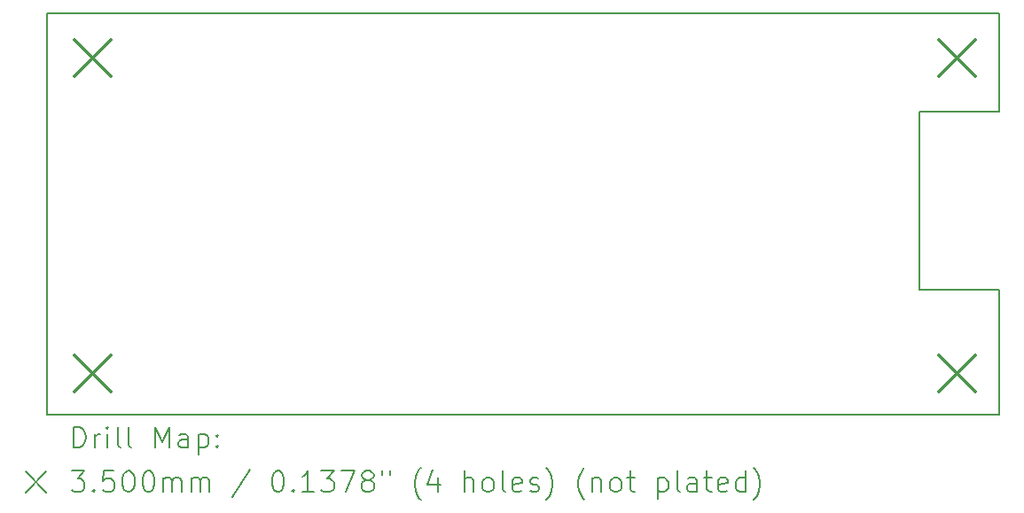
<source format=gbr>
%TF.GenerationSoftware,KiCad,Pcbnew,7.0.5*%
%TF.CreationDate,2023-07-07T02:12:36+07:00*%
%TF.ProjectId,snaaur_v1,736e6161-7572-45f7-9631-2e6b69636164,rev?*%
%TF.SameCoordinates,Original*%
%TF.FileFunction,Drillmap*%
%TF.FilePolarity,Positive*%
%FSLAX45Y45*%
G04 Gerber Fmt 4.5, Leading zero omitted, Abs format (unit mm)*
G04 Created by KiCad (PCBNEW 7.0.5) date 2023-07-07 02:12:36*
%MOMM*%
%LPD*%
G01*
G04 APERTURE LIST*
%ADD10C,0.150000*%
%ADD11C,0.200000*%
%ADD12C,0.350000*%
G04 APERTURE END LIST*
D10*
X19456400Y-6400800D02*
X18694400Y-6400800D01*
X18694400Y-8102600D01*
X19456400Y-8102600D01*
X19456400Y-9296400D01*
X10363200Y-9296400D01*
X10363200Y-5461000D01*
X19456400Y-5461000D01*
X19456400Y-6400800D01*
D11*
D12*
X10620000Y-5717500D02*
X10970000Y-6067500D01*
X10970000Y-5717500D02*
X10620000Y-6067500D01*
X10620000Y-8730000D02*
X10970000Y-9080000D01*
X10970000Y-8730000D02*
X10620000Y-9080000D01*
X18875000Y-5717500D02*
X19225000Y-6067500D01*
X19225000Y-5717500D02*
X18875000Y-6067500D01*
X18875000Y-8730000D02*
X19225000Y-9080000D01*
X19225000Y-8730000D02*
X18875000Y-9080000D01*
D11*
X10616477Y-9615384D02*
X10616477Y-9415384D01*
X10616477Y-9415384D02*
X10664096Y-9415384D01*
X10664096Y-9415384D02*
X10692667Y-9424908D01*
X10692667Y-9424908D02*
X10711715Y-9443955D01*
X10711715Y-9443955D02*
X10721239Y-9463003D01*
X10721239Y-9463003D02*
X10730763Y-9501098D01*
X10730763Y-9501098D02*
X10730763Y-9529670D01*
X10730763Y-9529670D02*
X10721239Y-9567765D01*
X10721239Y-9567765D02*
X10711715Y-9586812D01*
X10711715Y-9586812D02*
X10692667Y-9605860D01*
X10692667Y-9605860D02*
X10664096Y-9615384D01*
X10664096Y-9615384D02*
X10616477Y-9615384D01*
X10816477Y-9615384D02*
X10816477Y-9482050D01*
X10816477Y-9520146D02*
X10826001Y-9501098D01*
X10826001Y-9501098D02*
X10835524Y-9491574D01*
X10835524Y-9491574D02*
X10854572Y-9482050D01*
X10854572Y-9482050D02*
X10873620Y-9482050D01*
X10940286Y-9615384D02*
X10940286Y-9482050D01*
X10940286Y-9415384D02*
X10930763Y-9424908D01*
X10930763Y-9424908D02*
X10940286Y-9434431D01*
X10940286Y-9434431D02*
X10949810Y-9424908D01*
X10949810Y-9424908D02*
X10940286Y-9415384D01*
X10940286Y-9415384D02*
X10940286Y-9434431D01*
X11064096Y-9615384D02*
X11045048Y-9605860D01*
X11045048Y-9605860D02*
X11035524Y-9586812D01*
X11035524Y-9586812D02*
X11035524Y-9415384D01*
X11168858Y-9615384D02*
X11149810Y-9605860D01*
X11149810Y-9605860D02*
X11140286Y-9586812D01*
X11140286Y-9586812D02*
X11140286Y-9415384D01*
X11397429Y-9615384D02*
X11397429Y-9415384D01*
X11397429Y-9415384D02*
X11464096Y-9558241D01*
X11464096Y-9558241D02*
X11530762Y-9415384D01*
X11530762Y-9415384D02*
X11530762Y-9615384D01*
X11711715Y-9615384D02*
X11711715Y-9510622D01*
X11711715Y-9510622D02*
X11702191Y-9491574D01*
X11702191Y-9491574D02*
X11683143Y-9482050D01*
X11683143Y-9482050D02*
X11645048Y-9482050D01*
X11645048Y-9482050D02*
X11626001Y-9491574D01*
X11711715Y-9605860D02*
X11692667Y-9615384D01*
X11692667Y-9615384D02*
X11645048Y-9615384D01*
X11645048Y-9615384D02*
X11626001Y-9605860D01*
X11626001Y-9605860D02*
X11616477Y-9586812D01*
X11616477Y-9586812D02*
X11616477Y-9567765D01*
X11616477Y-9567765D02*
X11626001Y-9548717D01*
X11626001Y-9548717D02*
X11645048Y-9539193D01*
X11645048Y-9539193D02*
X11692667Y-9539193D01*
X11692667Y-9539193D02*
X11711715Y-9529670D01*
X11806953Y-9482050D02*
X11806953Y-9682050D01*
X11806953Y-9491574D02*
X11826001Y-9482050D01*
X11826001Y-9482050D02*
X11864096Y-9482050D01*
X11864096Y-9482050D02*
X11883143Y-9491574D01*
X11883143Y-9491574D02*
X11892667Y-9501098D01*
X11892667Y-9501098D02*
X11902191Y-9520146D01*
X11902191Y-9520146D02*
X11902191Y-9577289D01*
X11902191Y-9577289D02*
X11892667Y-9596336D01*
X11892667Y-9596336D02*
X11883143Y-9605860D01*
X11883143Y-9605860D02*
X11864096Y-9615384D01*
X11864096Y-9615384D02*
X11826001Y-9615384D01*
X11826001Y-9615384D02*
X11806953Y-9605860D01*
X11987905Y-9596336D02*
X11997429Y-9605860D01*
X11997429Y-9605860D02*
X11987905Y-9615384D01*
X11987905Y-9615384D02*
X11978382Y-9605860D01*
X11978382Y-9605860D02*
X11987905Y-9596336D01*
X11987905Y-9596336D02*
X11987905Y-9615384D01*
X11987905Y-9491574D02*
X11997429Y-9501098D01*
X11997429Y-9501098D02*
X11987905Y-9510622D01*
X11987905Y-9510622D02*
X11978382Y-9501098D01*
X11978382Y-9501098D02*
X11987905Y-9491574D01*
X11987905Y-9491574D02*
X11987905Y-9510622D01*
X10155700Y-9843900D02*
X10355700Y-10043900D01*
X10355700Y-9843900D02*
X10155700Y-10043900D01*
X10597429Y-9835384D02*
X10721239Y-9835384D01*
X10721239Y-9835384D02*
X10654572Y-9911574D01*
X10654572Y-9911574D02*
X10683144Y-9911574D01*
X10683144Y-9911574D02*
X10702191Y-9921098D01*
X10702191Y-9921098D02*
X10711715Y-9930622D01*
X10711715Y-9930622D02*
X10721239Y-9949670D01*
X10721239Y-9949670D02*
X10721239Y-9997289D01*
X10721239Y-9997289D02*
X10711715Y-10016336D01*
X10711715Y-10016336D02*
X10702191Y-10025860D01*
X10702191Y-10025860D02*
X10683144Y-10035384D01*
X10683144Y-10035384D02*
X10626001Y-10035384D01*
X10626001Y-10035384D02*
X10606953Y-10025860D01*
X10606953Y-10025860D02*
X10597429Y-10016336D01*
X10806953Y-10016336D02*
X10816477Y-10025860D01*
X10816477Y-10025860D02*
X10806953Y-10035384D01*
X10806953Y-10035384D02*
X10797429Y-10025860D01*
X10797429Y-10025860D02*
X10806953Y-10016336D01*
X10806953Y-10016336D02*
X10806953Y-10035384D01*
X10997429Y-9835384D02*
X10902191Y-9835384D01*
X10902191Y-9835384D02*
X10892667Y-9930622D01*
X10892667Y-9930622D02*
X10902191Y-9921098D01*
X10902191Y-9921098D02*
X10921239Y-9911574D01*
X10921239Y-9911574D02*
X10968858Y-9911574D01*
X10968858Y-9911574D02*
X10987905Y-9921098D01*
X10987905Y-9921098D02*
X10997429Y-9930622D01*
X10997429Y-9930622D02*
X11006953Y-9949670D01*
X11006953Y-9949670D02*
X11006953Y-9997289D01*
X11006953Y-9997289D02*
X10997429Y-10016336D01*
X10997429Y-10016336D02*
X10987905Y-10025860D01*
X10987905Y-10025860D02*
X10968858Y-10035384D01*
X10968858Y-10035384D02*
X10921239Y-10035384D01*
X10921239Y-10035384D02*
X10902191Y-10025860D01*
X10902191Y-10025860D02*
X10892667Y-10016336D01*
X11130763Y-9835384D02*
X11149810Y-9835384D01*
X11149810Y-9835384D02*
X11168858Y-9844908D01*
X11168858Y-9844908D02*
X11178382Y-9854431D01*
X11178382Y-9854431D02*
X11187905Y-9873479D01*
X11187905Y-9873479D02*
X11197429Y-9911574D01*
X11197429Y-9911574D02*
X11197429Y-9959193D01*
X11197429Y-9959193D02*
X11187905Y-9997289D01*
X11187905Y-9997289D02*
X11178382Y-10016336D01*
X11178382Y-10016336D02*
X11168858Y-10025860D01*
X11168858Y-10025860D02*
X11149810Y-10035384D01*
X11149810Y-10035384D02*
X11130763Y-10035384D01*
X11130763Y-10035384D02*
X11111715Y-10025860D01*
X11111715Y-10025860D02*
X11102191Y-10016336D01*
X11102191Y-10016336D02*
X11092667Y-9997289D01*
X11092667Y-9997289D02*
X11083144Y-9959193D01*
X11083144Y-9959193D02*
X11083144Y-9911574D01*
X11083144Y-9911574D02*
X11092667Y-9873479D01*
X11092667Y-9873479D02*
X11102191Y-9854431D01*
X11102191Y-9854431D02*
X11111715Y-9844908D01*
X11111715Y-9844908D02*
X11130763Y-9835384D01*
X11321239Y-9835384D02*
X11340286Y-9835384D01*
X11340286Y-9835384D02*
X11359334Y-9844908D01*
X11359334Y-9844908D02*
X11368858Y-9854431D01*
X11368858Y-9854431D02*
X11378382Y-9873479D01*
X11378382Y-9873479D02*
X11387905Y-9911574D01*
X11387905Y-9911574D02*
X11387905Y-9959193D01*
X11387905Y-9959193D02*
X11378382Y-9997289D01*
X11378382Y-9997289D02*
X11368858Y-10016336D01*
X11368858Y-10016336D02*
X11359334Y-10025860D01*
X11359334Y-10025860D02*
X11340286Y-10035384D01*
X11340286Y-10035384D02*
X11321239Y-10035384D01*
X11321239Y-10035384D02*
X11302191Y-10025860D01*
X11302191Y-10025860D02*
X11292667Y-10016336D01*
X11292667Y-10016336D02*
X11283143Y-9997289D01*
X11283143Y-9997289D02*
X11273620Y-9959193D01*
X11273620Y-9959193D02*
X11273620Y-9911574D01*
X11273620Y-9911574D02*
X11283143Y-9873479D01*
X11283143Y-9873479D02*
X11292667Y-9854431D01*
X11292667Y-9854431D02*
X11302191Y-9844908D01*
X11302191Y-9844908D02*
X11321239Y-9835384D01*
X11473620Y-10035384D02*
X11473620Y-9902050D01*
X11473620Y-9921098D02*
X11483143Y-9911574D01*
X11483143Y-9911574D02*
X11502191Y-9902050D01*
X11502191Y-9902050D02*
X11530763Y-9902050D01*
X11530763Y-9902050D02*
X11549810Y-9911574D01*
X11549810Y-9911574D02*
X11559334Y-9930622D01*
X11559334Y-9930622D02*
X11559334Y-10035384D01*
X11559334Y-9930622D02*
X11568858Y-9911574D01*
X11568858Y-9911574D02*
X11587905Y-9902050D01*
X11587905Y-9902050D02*
X11616477Y-9902050D01*
X11616477Y-9902050D02*
X11635524Y-9911574D01*
X11635524Y-9911574D02*
X11645048Y-9930622D01*
X11645048Y-9930622D02*
X11645048Y-10035384D01*
X11740286Y-10035384D02*
X11740286Y-9902050D01*
X11740286Y-9921098D02*
X11749810Y-9911574D01*
X11749810Y-9911574D02*
X11768858Y-9902050D01*
X11768858Y-9902050D02*
X11797429Y-9902050D01*
X11797429Y-9902050D02*
X11816477Y-9911574D01*
X11816477Y-9911574D02*
X11826001Y-9930622D01*
X11826001Y-9930622D02*
X11826001Y-10035384D01*
X11826001Y-9930622D02*
X11835524Y-9911574D01*
X11835524Y-9911574D02*
X11854572Y-9902050D01*
X11854572Y-9902050D02*
X11883143Y-9902050D01*
X11883143Y-9902050D02*
X11902191Y-9911574D01*
X11902191Y-9911574D02*
X11911715Y-9930622D01*
X11911715Y-9930622D02*
X11911715Y-10035384D01*
X12302191Y-9825860D02*
X12130763Y-10083003D01*
X12559334Y-9835384D02*
X12578382Y-9835384D01*
X12578382Y-9835384D02*
X12597429Y-9844908D01*
X12597429Y-9844908D02*
X12606953Y-9854431D01*
X12606953Y-9854431D02*
X12616477Y-9873479D01*
X12616477Y-9873479D02*
X12626001Y-9911574D01*
X12626001Y-9911574D02*
X12626001Y-9959193D01*
X12626001Y-9959193D02*
X12616477Y-9997289D01*
X12616477Y-9997289D02*
X12606953Y-10016336D01*
X12606953Y-10016336D02*
X12597429Y-10025860D01*
X12597429Y-10025860D02*
X12578382Y-10035384D01*
X12578382Y-10035384D02*
X12559334Y-10035384D01*
X12559334Y-10035384D02*
X12540286Y-10025860D01*
X12540286Y-10025860D02*
X12530763Y-10016336D01*
X12530763Y-10016336D02*
X12521239Y-9997289D01*
X12521239Y-9997289D02*
X12511715Y-9959193D01*
X12511715Y-9959193D02*
X12511715Y-9911574D01*
X12511715Y-9911574D02*
X12521239Y-9873479D01*
X12521239Y-9873479D02*
X12530763Y-9854431D01*
X12530763Y-9854431D02*
X12540286Y-9844908D01*
X12540286Y-9844908D02*
X12559334Y-9835384D01*
X12711715Y-10016336D02*
X12721239Y-10025860D01*
X12721239Y-10025860D02*
X12711715Y-10035384D01*
X12711715Y-10035384D02*
X12702191Y-10025860D01*
X12702191Y-10025860D02*
X12711715Y-10016336D01*
X12711715Y-10016336D02*
X12711715Y-10035384D01*
X12911715Y-10035384D02*
X12797429Y-10035384D01*
X12854572Y-10035384D02*
X12854572Y-9835384D01*
X12854572Y-9835384D02*
X12835525Y-9863955D01*
X12835525Y-9863955D02*
X12816477Y-9883003D01*
X12816477Y-9883003D02*
X12797429Y-9892527D01*
X12978382Y-9835384D02*
X13102191Y-9835384D01*
X13102191Y-9835384D02*
X13035525Y-9911574D01*
X13035525Y-9911574D02*
X13064096Y-9911574D01*
X13064096Y-9911574D02*
X13083144Y-9921098D01*
X13083144Y-9921098D02*
X13092667Y-9930622D01*
X13092667Y-9930622D02*
X13102191Y-9949670D01*
X13102191Y-9949670D02*
X13102191Y-9997289D01*
X13102191Y-9997289D02*
X13092667Y-10016336D01*
X13092667Y-10016336D02*
X13083144Y-10025860D01*
X13083144Y-10025860D02*
X13064096Y-10035384D01*
X13064096Y-10035384D02*
X13006953Y-10035384D01*
X13006953Y-10035384D02*
X12987906Y-10025860D01*
X12987906Y-10025860D02*
X12978382Y-10016336D01*
X13168858Y-9835384D02*
X13302191Y-9835384D01*
X13302191Y-9835384D02*
X13216477Y-10035384D01*
X13406953Y-9921098D02*
X13387906Y-9911574D01*
X13387906Y-9911574D02*
X13378382Y-9902050D01*
X13378382Y-9902050D02*
X13368858Y-9883003D01*
X13368858Y-9883003D02*
X13368858Y-9873479D01*
X13368858Y-9873479D02*
X13378382Y-9854431D01*
X13378382Y-9854431D02*
X13387906Y-9844908D01*
X13387906Y-9844908D02*
X13406953Y-9835384D01*
X13406953Y-9835384D02*
X13445048Y-9835384D01*
X13445048Y-9835384D02*
X13464096Y-9844908D01*
X13464096Y-9844908D02*
X13473620Y-9854431D01*
X13473620Y-9854431D02*
X13483144Y-9873479D01*
X13483144Y-9873479D02*
X13483144Y-9883003D01*
X13483144Y-9883003D02*
X13473620Y-9902050D01*
X13473620Y-9902050D02*
X13464096Y-9911574D01*
X13464096Y-9911574D02*
X13445048Y-9921098D01*
X13445048Y-9921098D02*
X13406953Y-9921098D01*
X13406953Y-9921098D02*
X13387906Y-9930622D01*
X13387906Y-9930622D02*
X13378382Y-9940146D01*
X13378382Y-9940146D02*
X13368858Y-9959193D01*
X13368858Y-9959193D02*
X13368858Y-9997289D01*
X13368858Y-9997289D02*
X13378382Y-10016336D01*
X13378382Y-10016336D02*
X13387906Y-10025860D01*
X13387906Y-10025860D02*
X13406953Y-10035384D01*
X13406953Y-10035384D02*
X13445048Y-10035384D01*
X13445048Y-10035384D02*
X13464096Y-10025860D01*
X13464096Y-10025860D02*
X13473620Y-10016336D01*
X13473620Y-10016336D02*
X13483144Y-9997289D01*
X13483144Y-9997289D02*
X13483144Y-9959193D01*
X13483144Y-9959193D02*
X13473620Y-9940146D01*
X13473620Y-9940146D02*
X13464096Y-9930622D01*
X13464096Y-9930622D02*
X13445048Y-9921098D01*
X13559334Y-9835384D02*
X13559334Y-9873479D01*
X13635525Y-9835384D02*
X13635525Y-9873479D01*
X13930763Y-10111574D02*
X13921239Y-10102050D01*
X13921239Y-10102050D02*
X13902191Y-10073479D01*
X13902191Y-10073479D02*
X13892668Y-10054431D01*
X13892668Y-10054431D02*
X13883144Y-10025860D01*
X13883144Y-10025860D02*
X13873620Y-9978241D01*
X13873620Y-9978241D02*
X13873620Y-9940146D01*
X13873620Y-9940146D02*
X13883144Y-9892527D01*
X13883144Y-9892527D02*
X13892668Y-9863955D01*
X13892668Y-9863955D02*
X13902191Y-9844908D01*
X13902191Y-9844908D02*
X13921239Y-9816336D01*
X13921239Y-9816336D02*
X13930763Y-9806812D01*
X14092668Y-9902050D02*
X14092668Y-10035384D01*
X14045048Y-9825860D02*
X13997429Y-9968717D01*
X13997429Y-9968717D02*
X14121239Y-9968717D01*
X14349810Y-10035384D02*
X14349810Y-9835384D01*
X14435525Y-10035384D02*
X14435525Y-9930622D01*
X14435525Y-9930622D02*
X14426001Y-9911574D01*
X14426001Y-9911574D02*
X14406953Y-9902050D01*
X14406953Y-9902050D02*
X14378382Y-9902050D01*
X14378382Y-9902050D02*
X14359334Y-9911574D01*
X14359334Y-9911574D02*
X14349810Y-9921098D01*
X14559334Y-10035384D02*
X14540287Y-10025860D01*
X14540287Y-10025860D02*
X14530763Y-10016336D01*
X14530763Y-10016336D02*
X14521239Y-9997289D01*
X14521239Y-9997289D02*
X14521239Y-9940146D01*
X14521239Y-9940146D02*
X14530763Y-9921098D01*
X14530763Y-9921098D02*
X14540287Y-9911574D01*
X14540287Y-9911574D02*
X14559334Y-9902050D01*
X14559334Y-9902050D02*
X14587906Y-9902050D01*
X14587906Y-9902050D02*
X14606953Y-9911574D01*
X14606953Y-9911574D02*
X14616477Y-9921098D01*
X14616477Y-9921098D02*
X14626001Y-9940146D01*
X14626001Y-9940146D02*
X14626001Y-9997289D01*
X14626001Y-9997289D02*
X14616477Y-10016336D01*
X14616477Y-10016336D02*
X14606953Y-10025860D01*
X14606953Y-10025860D02*
X14587906Y-10035384D01*
X14587906Y-10035384D02*
X14559334Y-10035384D01*
X14740287Y-10035384D02*
X14721239Y-10025860D01*
X14721239Y-10025860D02*
X14711715Y-10006812D01*
X14711715Y-10006812D02*
X14711715Y-9835384D01*
X14892668Y-10025860D02*
X14873620Y-10035384D01*
X14873620Y-10035384D02*
X14835525Y-10035384D01*
X14835525Y-10035384D02*
X14816477Y-10025860D01*
X14816477Y-10025860D02*
X14806953Y-10006812D01*
X14806953Y-10006812D02*
X14806953Y-9930622D01*
X14806953Y-9930622D02*
X14816477Y-9911574D01*
X14816477Y-9911574D02*
X14835525Y-9902050D01*
X14835525Y-9902050D02*
X14873620Y-9902050D01*
X14873620Y-9902050D02*
X14892668Y-9911574D01*
X14892668Y-9911574D02*
X14902191Y-9930622D01*
X14902191Y-9930622D02*
X14902191Y-9949670D01*
X14902191Y-9949670D02*
X14806953Y-9968717D01*
X14978382Y-10025860D02*
X14997430Y-10035384D01*
X14997430Y-10035384D02*
X15035525Y-10035384D01*
X15035525Y-10035384D02*
X15054572Y-10025860D01*
X15054572Y-10025860D02*
X15064096Y-10006812D01*
X15064096Y-10006812D02*
X15064096Y-9997289D01*
X15064096Y-9997289D02*
X15054572Y-9978241D01*
X15054572Y-9978241D02*
X15035525Y-9968717D01*
X15035525Y-9968717D02*
X15006953Y-9968717D01*
X15006953Y-9968717D02*
X14987906Y-9959193D01*
X14987906Y-9959193D02*
X14978382Y-9940146D01*
X14978382Y-9940146D02*
X14978382Y-9930622D01*
X14978382Y-9930622D02*
X14987906Y-9911574D01*
X14987906Y-9911574D02*
X15006953Y-9902050D01*
X15006953Y-9902050D02*
X15035525Y-9902050D01*
X15035525Y-9902050D02*
X15054572Y-9911574D01*
X15130763Y-10111574D02*
X15140287Y-10102050D01*
X15140287Y-10102050D02*
X15159334Y-10073479D01*
X15159334Y-10073479D02*
X15168858Y-10054431D01*
X15168858Y-10054431D02*
X15178382Y-10025860D01*
X15178382Y-10025860D02*
X15187906Y-9978241D01*
X15187906Y-9978241D02*
X15187906Y-9940146D01*
X15187906Y-9940146D02*
X15178382Y-9892527D01*
X15178382Y-9892527D02*
X15168858Y-9863955D01*
X15168858Y-9863955D02*
X15159334Y-9844908D01*
X15159334Y-9844908D02*
X15140287Y-9816336D01*
X15140287Y-9816336D02*
X15130763Y-9806812D01*
X15492668Y-10111574D02*
X15483144Y-10102050D01*
X15483144Y-10102050D02*
X15464096Y-10073479D01*
X15464096Y-10073479D02*
X15454572Y-10054431D01*
X15454572Y-10054431D02*
X15445049Y-10025860D01*
X15445049Y-10025860D02*
X15435525Y-9978241D01*
X15435525Y-9978241D02*
X15435525Y-9940146D01*
X15435525Y-9940146D02*
X15445049Y-9892527D01*
X15445049Y-9892527D02*
X15454572Y-9863955D01*
X15454572Y-9863955D02*
X15464096Y-9844908D01*
X15464096Y-9844908D02*
X15483144Y-9816336D01*
X15483144Y-9816336D02*
X15492668Y-9806812D01*
X15568858Y-9902050D02*
X15568858Y-10035384D01*
X15568858Y-9921098D02*
X15578382Y-9911574D01*
X15578382Y-9911574D02*
X15597430Y-9902050D01*
X15597430Y-9902050D02*
X15626001Y-9902050D01*
X15626001Y-9902050D02*
X15645049Y-9911574D01*
X15645049Y-9911574D02*
X15654572Y-9930622D01*
X15654572Y-9930622D02*
X15654572Y-10035384D01*
X15778382Y-10035384D02*
X15759334Y-10025860D01*
X15759334Y-10025860D02*
X15749811Y-10016336D01*
X15749811Y-10016336D02*
X15740287Y-9997289D01*
X15740287Y-9997289D02*
X15740287Y-9940146D01*
X15740287Y-9940146D02*
X15749811Y-9921098D01*
X15749811Y-9921098D02*
X15759334Y-9911574D01*
X15759334Y-9911574D02*
X15778382Y-9902050D01*
X15778382Y-9902050D02*
X15806953Y-9902050D01*
X15806953Y-9902050D02*
X15826001Y-9911574D01*
X15826001Y-9911574D02*
X15835525Y-9921098D01*
X15835525Y-9921098D02*
X15845049Y-9940146D01*
X15845049Y-9940146D02*
X15845049Y-9997289D01*
X15845049Y-9997289D02*
X15835525Y-10016336D01*
X15835525Y-10016336D02*
X15826001Y-10025860D01*
X15826001Y-10025860D02*
X15806953Y-10035384D01*
X15806953Y-10035384D02*
X15778382Y-10035384D01*
X15902192Y-9902050D02*
X15978382Y-9902050D01*
X15930763Y-9835384D02*
X15930763Y-10006812D01*
X15930763Y-10006812D02*
X15940287Y-10025860D01*
X15940287Y-10025860D02*
X15959334Y-10035384D01*
X15959334Y-10035384D02*
X15978382Y-10035384D01*
X16197430Y-9902050D02*
X16197430Y-10102050D01*
X16197430Y-9911574D02*
X16216477Y-9902050D01*
X16216477Y-9902050D02*
X16254573Y-9902050D01*
X16254573Y-9902050D02*
X16273620Y-9911574D01*
X16273620Y-9911574D02*
X16283144Y-9921098D01*
X16283144Y-9921098D02*
X16292668Y-9940146D01*
X16292668Y-9940146D02*
X16292668Y-9997289D01*
X16292668Y-9997289D02*
X16283144Y-10016336D01*
X16283144Y-10016336D02*
X16273620Y-10025860D01*
X16273620Y-10025860D02*
X16254573Y-10035384D01*
X16254573Y-10035384D02*
X16216477Y-10035384D01*
X16216477Y-10035384D02*
X16197430Y-10025860D01*
X16406953Y-10035384D02*
X16387906Y-10025860D01*
X16387906Y-10025860D02*
X16378382Y-10006812D01*
X16378382Y-10006812D02*
X16378382Y-9835384D01*
X16568858Y-10035384D02*
X16568858Y-9930622D01*
X16568858Y-9930622D02*
X16559334Y-9911574D01*
X16559334Y-9911574D02*
X16540287Y-9902050D01*
X16540287Y-9902050D02*
X16502192Y-9902050D01*
X16502192Y-9902050D02*
X16483144Y-9911574D01*
X16568858Y-10025860D02*
X16549811Y-10035384D01*
X16549811Y-10035384D02*
X16502192Y-10035384D01*
X16502192Y-10035384D02*
X16483144Y-10025860D01*
X16483144Y-10025860D02*
X16473620Y-10006812D01*
X16473620Y-10006812D02*
X16473620Y-9987765D01*
X16473620Y-9987765D02*
X16483144Y-9968717D01*
X16483144Y-9968717D02*
X16502192Y-9959193D01*
X16502192Y-9959193D02*
X16549811Y-9959193D01*
X16549811Y-9959193D02*
X16568858Y-9949670D01*
X16635525Y-9902050D02*
X16711715Y-9902050D01*
X16664096Y-9835384D02*
X16664096Y-10006812D01*
X16664096Y-10006812D02*
X16673620Y-10025860D01*
X16673620Y-10025860D02*
X16692668Y-10035384D01*
X16692668Y-10035384D02*
X16711715Y-10035384D01*
X16854573Y-10025860D02*
X16835525Y-10035384D01*
X16835525Y-10035384D02*
X16797430Y-10035384D01*
X16797430Y-10035384D02*
X16778382Y-10025860D01*
X16778382Y-10025860D02*
X16768858Y-10006812D01*
X16768858Y-10006812D02*
X16768858Y-9930622D01*
X16768858Y-9930622D02*
X16778382Y-9911574D01*
X16778382Y-9911574D02*
X16797430Y-9902050D01*
X16797430Y-9902050D02*
X16835525Y-9902050D01*
X16835525Y-9902050D02*
X16854573Y-9911574D01*
X16854573Y-9911574D02*
X16864096Y-9930622D01*
X16864096Y-9930622D02*
X16864096Y-9949670D01*
X16864096Y-9949670D02*
X16768858Y-9968717D01*
X17035525Y-10035384D02*
X17035525Y-9835384D01*
X17035525Y-10025860D02*
X17016477Y-10035384D01*
X17016477Y-10035384D02*
X16978382Y-10035384D01*
X16978382Y-10035384D02*
X16959335Y-10025860D01*
X16959335Y-10025860D02*
X16949811Y-10016336D01*
X16949811Y-10016336D02*
X16940287Y-9997289D01*
X16940287Y-9997289D02*
X16940287Y-9940146D01*
X16940287Y-9940146D02*
X16949811Y-9921098D01*
X16949811Y-9921098D02*
X16959335Y-9911574D01*
X16959335Y-9911574D02*
X16978382Y-9902050D01*
X16978382Y-9902050D02*
X17016477Y-9902050D01*
X17016477Y-9902050D02*
X17035525Y-9911574D01*
X17111716Y-10111574D02*
X17121239Y-10102050D01*
X17121239Y-10102050D02*
X17140287Y-10073479D01*
X17140287Y-10073479D02*
X17149811Y-10054431D01*
X17149811Y-10054431D02*
X17159335Y-10025860D01*
X17159335Y-10025860D02*
X17168858Y-9978241D01*
X17168858Y-9978241D02*
X17168858Y-9940146D01*
X17168858Y-9940146D02*
X17159335Y-9892527D01*
X17159335Y-9892527D02*
X17149811Y-9863955D01*
X17149811Y-9863955D02*
X17140287Y-9844908D01*
X17140287Y-9844908D02*
X17121239Y-9816336D01*
X17121239Y-9816336D02*
X17111716Y-9806812D01*
M02*

</source>
